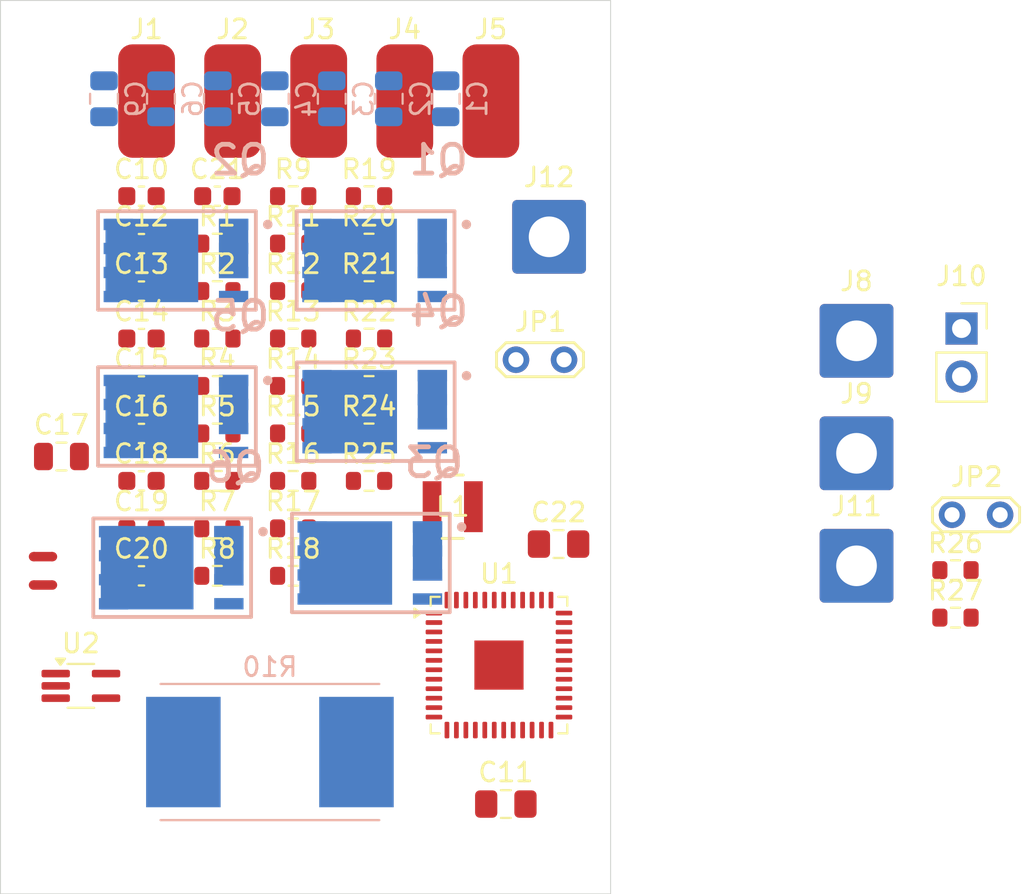
<source format=kicad_pcb>
(kicad_pcb (version 20241229) (generator "pcbnew") (generator_version "9.0")
  (layers (0 "F.Cu" signal) (4 "In1.Cu" signal) (6 "In2.Cu" power) (2 "B.Cu" signal) (5 "F.SilkS" user "F.Silkscreen") (7 "B.SilkS" user "B.Silkscreen") (1 "F.Mask" user) (3 "B.Mask" user) (25 "Edge.Cuts" user))
  (net 0 "")
  (net 1 "Earth")
  (net 2 "VBUS")
  (net 3 "/BATT_ADC")
  (net 4 "GND")
  (net 5 "VDD")
  (net 6 "Net-(U1A-VBOOTU)")
  (net 7 "/OUTU")
  (net 8 "Net-(U1A-VBOOTV)")
  (net 9 "/OUTV")
  (net 10 "/OUTW")
  (net 11 "Net-(U1A-VBOOTW)")
  (net 12 "VREG")
  (net 13 "/OCCMP")
  (net 14 "/NRST")
  (net 15 "/PA5")
  (net 16 "Net-(D1-K)")
  (net 17 "VM")
  (net 18 "/BOOT")
  (net 19 "/SWDIO")
  (net 20 "/SWDCLK")
  (net 21 "/PB7")
  (net 22 "/PB6")
  (net 23 "/PA2")
  (net 24 "Net-(Q1-GATE)")
  (net 25 "/RSNS")
  (net 26 "Net-(Q2-GATE)")
  (net 27 "Net-(Q3-GATE)")
  (net 28 "Net-(Q4-GATE)")
  (net 29 "Net-(Q5-GATE)")
  (net 30 "Net-(Q6-GATE)")
  (net 31 "/HSU")
  (net 32 "/HSV")
  (net 33 "/HSW")
  (net 34 "/LSU")
  (net 35 "/LSV")
  (net 36 "/LSW")
  (net 37 "Net-(U1D-OP3P)")
  (net 38 "Net-(U1B-OP1N)")
  (net 39 "Net-(U1C-OP2P)")
  (net 40 "Net-(U1B-OP1P)")
  (net 41 "Net-(U2-+)")
  (net 42 "Net-(U2--)")
  (net 43 "Net-(R23-Pad1)")
  (net 44 "/PF1")
  (net 45 "/PF0")
  (net 47 "/PA1")
  (net 51 "/PA15")
  (net 52 "/PB1")
  (net 53 "Net-(JP2-B)")
  (footprint "Resistor_SMD:R_0603_1608Metric" (layer "F.Cu") (at 119.2225 90.43)
    (property "Reference" "R18" (at 0 -1.43 0) (layer "F.SilkS"))
    (property "Value" "1k")
    (pad "1" smd roundrect (at -0.825 0) (size 0.8 0.95) (layers "F.Cu" "F.Mask" "F.Paste") (net 39 "Net-(U1C-OP2P)"))
    (pad "2" smd roundrect (at 0.825 0) (size 0.8 0.95) (layers "F.Cu" "F.Mask" "F.Paste") (net 4 "GND"))
  )
  (footprint "Resistor_SMD:R_0603_1608Metric" (layer "F.Cu") (at 154.23 90.13)
    (property "Reference" "R26" (at 0 -1.43 0) (layer "F.SilkS"))
    (property "Value" "10k")
    (pad "1" smd roundrect (at -0.825 0) (size 0.8 0.95) (layers "F.Cu" "F.Mask" "F.Paste") (net 4 "GND"))
    (pad "2" smd roundrect (at 0.825 0) (size 0.8 0.95) (layers "F.Cu" "F.Mask" "F.Paste") (net 18 "/BOOT"))
  )
  (footprint "Connector_Wire:SolderWire-1.5sqmm_1x01_D1.7mm_OD3.9mm" (layer "F.Cu") (at 149 78)
    (property "Reference" "J8" (at 0 -3.15 0) (layer "F.SilkS"))
    (property "Value" "Conn_01x01")
    (pad "1" thru_hole roundrect (at 0 0) (size 3.9 3.9) (drill 2.15) (layers "*.Cu" "*.Mask") (roundrect_rratio 0.064103) (net 4 "GND"))
  )
  (footprint "Resistor_SMD:R_0603_1608Metric" (layer "F.Cu") (at 123.2325 80.39)
    (property "Reference" "R23" (at 0 -1.43 0) (layer "F.SilkS"))
    (property "Value" "24k")
    (pad "1" smd roundrect (at -0.825 0) (size 0.8 0.95) (layers "F.Cu" "F.Mask" "F.Paste") (net 43 "Net-(R23-Pad1)"))
    (pad "2" smd roundrect (at 0.825 0) (size 0.8 0.95) (layers "F.Cu" "F.Mask" "F.Paste") (net 4 "GND"))
  )
  (footprint "Capacitor_SMD:C_0805_2012Metric_Pad1.18x1.45mm_HandSolder" (layer "F.Cu") (at 133.25 88.75)
    (property "Reference" "C22" (at 0 -1.68 0) (layer "F.SilkS"))
    (property "Value" "10u")
    (pad "1" smd roundrect (at -1.0375 0) (size 1.175 1.45) (layers "F.Cu" "F.Mask" "F.Paste") (roundrect_rratio 0.212766) (net 17 "VM"))
    (pad "2" smd roundrect (at 1.0375 0) (size 1.175 1.45) (layers "F.Cu" "F.Mask" "F.Paste") (roundrect_rratio 0.212766) (net 4 "GND"))
  )
  (footprint "Connector_Wire:SolderWirePad_1x01_SMD_3x6mm" (layer "F.Cu") (at 129.6725 65.32)
    (property "Reference" "J5" (at 0 -3.8 0) (layer "F.SilkS"))
    (property "Value" "Conn_01x01")
    (pad "1" smd roundrect (at 0 0) (size 3 6) (layers "F.Cu" "F.Mask") (net 10 "/OUTW"))
  )
  (footprint "Capacitor_SMD:C_0805_2012Metric_Pad1.18x1.45mm_HandSolder" (layer "F.Cu") (at 130.4625 102.5)
    (property "Reference" "C11" (at 0 -1.68 0) (layer "F.SilkS"))
    (property "Value" "47u")
    (pad "1" smd roundrect (at -1.0375 0) (size 1.175 1.45) (layers "F.Cu" "F.Mask" "F.Paste") (roundrect_rratio 0.212766) (net 5 "VDD"))
    (pad "2" smd roundrect (at 1.0375 0) (size 1.175 1.45) (layers "F.Cu" "F.Mask" "F.Paste") (roundrect_rratio 0.212766) (net 4 "GND"))
  )
  (footprint "Resistor_SMD:R_0603_1608Metric" (layer "F.Cu") (at 154.23 92.64)
    (property "Reference" "R27" (at 0 -1.43 0) (layer "F.SilkS"))
    (property "Value" "10k")
    (pad "1" smd roundrect (at -0.825 0) (size 0.8 0.95) (layers "F.Cu" "F.Mask" "F.Paste") (net 4 "GND"))
    (pad "2" smd roundrect (at 0.825 0) (size 0.8 0.95) (layers "F.Cu" "F.Mask" "F.Paste") (net 53 "Net-(JP2-B)"))
  )
  (footprint "Capacitor_SMD:C_0603_1608Metric" (layer "F.Cu") (at 111.2025 82.9)
    (property "Reference" "C16" (at 0 -1.43 0) (layer "F.SilkS"))
    (property "Value" "100n")
    (pad "1" smd roundrect (at -0.775 0) (size 0.9 0.95) (layers "F.Cu" "F.Mask" "F.Paste") (net 4 "GND"))
    (pad "2" smd roundrect (at 0.775 0) (size 0.9 0.95) (layers "F.Cu" "F.Mask" "F.Paste") (net 12 "VREG"))
  )
  (footprint "Connector_Wire:SolderWirePad_1x01_SMD_3x6mm" (layer "F.Cu") (at 120.5725 65.32)
    (property "Reference" "J3" (at 0 -3.8 0) (layer "F.SilkS"))
    (property "Value" "Conn_01x01")
    (pad "1" smd roundrect (at 0 0) (size 3 6) (layers "F.Cu" "F.Mask") (net 7 "/OUTU"))
  )
  (footprint "Connector_Wire:SolderWire-1.5sqmm_1x01_D1.7mm_OD3.9mm" (layer "F.Cu") (at 149 89.9)
    (property "Reference" "J11" (at 0 -3.15 0) (layer "F.SilkS"))
    (property "Value" "Conn_01x01")
    (pad "1" thru_hole roundrect (at 0 0) (size 3.9 3.9) (drill 2.15) (layers "*.Cu" "*.Mask") (roundrect_rratio 0.064103) (net 20 "/SWDCLK"))
  )
  (footprint "Resistor_SMD:R_0603_1608Metric" (layer "F.Cu") (at 123.2325 75.37)
    (property "Reference" "R21" (at 0 -1.43 0) (layer "F.SilkS"))
    (property "Value" "171k")
    (pad "1" smd roundrect (at -0.825 0) (size 0.8 0.95) (layers "F.Cu" "F.Mask" "F.Paste") (net 25 "/RSNS"))
    (pad "2" smd roundrect (at 0.825 0) (size 0.8 0.95) (layers "F.Cu" "F.Mask" "F.Paste") (net 41 "Net-(U2-+)"))
  )
  (footprint "Resistor_SMD:R_0603_1608Metric" (layer "F.Cu") (at 123.2325 85.41)
    (property "Reference" "R25" (at 0 -1.43 0) (layer "F.SilkS"))
    (property "Value" "39k")
    (pad "1" smd roundrect (at -0.825 0) (size 0.8 0.95) (layers "F.Cu" "F.Mask" "F.Paste") (net 14 "/NRST"))
    (pad "2" smd roundrect (at 0.825 0) (size 0.8 0.95) (layers "F.Cu" "F.Mask" "F.Paste") (net 5 "VDD"))
  )
  (footprint "Resistor_SMD:R_0603_1608Metric" (layer "F.Cu") (at 119.2225 70.35)
    (property "Reference" "R9" (at 0 -1.43 0) (layer "F.SilkS"))
    (property "Value" "1k")
    (pad "1" smd roundrect (at -0.825 0) (size 0.8 0.95) (layers "F.Cu" "F.Mask" "F.Paste") (net 13 "/OCCMP"))
    (pad "2" smd roundrect (at 0.825 0) (size 0.8 0.95) (layers "F.Cu" "F.Mask" "F.Paste") (net 25 "/RSNS"))
  )
  (footprint "Connector_Wire:SolderWirePad_1x01_SMD_3x6mm" (layer "F.Cu") (at 111.4725 65.32)
    (property "Reference" "J1" (at 0 -3.8 0) (layer "F.SilkS"))
    (property "Value" "Conn_01x01")
    (pad "1" smd roundrect (at 0 0) (size 3 6) (layers "F.Cu" "F.Mask") (net 17 "VM"))
  )
  (footprint "Connector_Wire:SolderWirePad_1x01_SMD_3x6mm" (layer "F.Cu") (at 116.0225 65.32)
    (property "Reference" "J2" (at 0 -3.8 0) (layer "F.SilkS"))
    (property "Value" "Conn_01x01")
    (pad "1" smd roundrect (at 0 0) (size 3 6) (layers "F.Cu" "F.Mask") (net 4 "GND"))
  )
  (footprint "Connector_Wire:SolderWire-1.5sqmm_1x01_D1.7mm_OD3.9mm" (layer "F.Cu") (at 132.75 72.5)
    (property "Reference" "J12" (at 0 -3.15 0) (layer "F.SilkS"))
    (property "Value" "Conn_01x01")
    (pad "1" thru_hole roundrect (at 0 0) (size 3.9 3.9) (drill 2.15) (layers "*.Cu" "*.Mask") (roundrect_rratio 0.064103) (net 51 "/PA15"))
  )
  (footprint "Resistor_SMD:R_0603_1608Metric" (layer "F.Cu") (at 115.2125 75.37)
    (property "Reference" "R2" (at 0 -1.43 0) (layer "F.SilkS"))
    (property "Value" "33k")
    (pad "1" smd roundrect (at -0.825 0) (size 0.8 0.95) (layers "F.Cu" "F.Mask" "F.Paste") (net 4 "GND"))
    (pad "2" smd roundrect (at 0.825 0) (size 0.8 0.95) (layers "F.Cu" "F.Mask" "F.Paste") (net 3 "/BATT_ADC"))
  )
  (footprint "Connector_Wire:SolderWirePad_1x01_SMD_3x6mm" (layer "F.Cu") (at 125.1225 65.32)
    (property "Reference" "J4" (at 0 -3.8 0) (layer "F.SilkS"))
    (property "Value" "Conn_01x01")
    (pad "1" smd roundrect (at 0 0) (size 3 6) (layers "F.Cu" "F.Mask") (net 9 "/OUTV"))
  )
  (footprint "Package_TO_SOT_SMD:SOT-353_SC-70-5_Handsoldering" (layer "F.Cu") (at 108 96.25)
    (property "Reference" "U2" (at 0 -2.25 0) (layer "F.SilkS"))
    (property "Value" "LMV321")
    (pad "1" smd roundrect (at -1.33 -0.65) (size 1.5 0.4) (layers "F.Cu" "F.Mask" "F.Paste") (net 41 "Net-(U2-+)"))
    (pad "2" smd roundrect (at -1.33 0) (size 1.5 0.4) (layers "F.Cu" "F.Mask" "F.Paste") (net 4 "GND"))
    (pad "3" smd roundrect (at -1.33 0.65) (size 1.5 0.4) (layers "F.Cu" "F.Mask" "F.Paste") (net 42 "Net-(U2--)"))
    (pad "4" smd roundrect (at 1.33 0.65) (size 1.5 0.4) (layers "F.Cu" "F.Mask" "F.Paste") (net 43 "Net-(R23-Pad1)"))
    (pad "5" smd roundrect (at 1.33 -0.65) (size 1.5 0.4) (layers "F.Cu" "F.Mask" "F.Paste") (net 5 "VDD"))
  )
  (footprint "Resistor_SMD:R_0603_1608Metric" (layer "F.Cu") (at 119.2225 85.41)
    (property "Reference" "R16" (at 0 -1.43 0) (layer "F.SilkS"))
    (property "Value" "10k")
    (pad "1" smd roundrect (at -0.825 0) (size 0.8 0.95) (layers "F.Cu" "F.Mask" "F.Paste") (net 38 "Net-(U1B-OP1N)"))
    (pad "2" smd roundrect (at 0.825 0) (size 0.8 0.95) (layers "F.Cu" "F.Mask" "F.Paste") (net 40 "Net-(U1B-OP1P)"))
  )
  (footprint "Resistor_SMD:R_0603_1608Metric" (layer "F.Cu") (at 115.2125 87.92)
    (property "Reference" "R7" (at 0 -1.43 0) (layer "F.SilkS"))
    (property "Value" "25R")
    (pad "1" smd roundrect (at -0.825 0) (size 0.8 0.95) (layers "F.Cu" "F.Mask" "F.Paste") (net 35 "/LSV"))
    (pad "2" smd roundrect (at 0.825 0) (size 0.8 0.95) (layers "F.Cu" "F.Mask" "F.Paste") (net 28 "Net-(Q4-GATE)"))
  )
  (footprint "Resistor_SMD:R_0603_1608Metric" (layer "F.Cu") (at 123.2325 77.88)
    (property "Reference" "R22" (at 0 -1.43 0) (layer "F.SilkS"))
    (property "Value" "1k")
    (pad "1" smd roundrect (at -0.825 0) (size 0.8 0.95) (layers "F.Cu" "F.Mask" "F.Paste") (net 4 "GND"))
    (pad "2" smd roundrect (at 0.825 0) (size 0.8 0.95) (layers "F.Cu" "F.Mask" "F.Paste") (net 42 "Net-(U2--)"))
  )
  (footprint "Resistor_SMD:R_0603_1608Metric" (layer "F.Cu") (at 115.2125 82.9)
    (property "Reference" "R5" (at 0 -1.43 0) (layer "F.SilkS"))
    (property "Value" "25R")
    (pad "1" smd roundrect (at -0.825 0) (size 0.8 0.95) (layers "F.Cu" "F.Mask" "F.Paste") (net 33 "/HSW"))
    (pad "2" smd roundrect (at 0.825 0) (size 0.8 0.95) (layers "F.Cu" "F.Mask" "F.Paste") (net 29 "Net-(Q5-GATE)"))
  )
  (footprint "Capacitor_SMD:C_0603_1608Metric" (layer "F.Cu") (at 111.2025 70.35)
    (property "Reference" "C10" (at 0 -1.43 0) (layer "F.SilkS"))
    (property "Value" "100n")
    (pad "1" smd roundrect (at -0.775 0) (size 0.9 0.95) (layers "F.Cu" "F.Mask" "F.Paste") (net 5 "VDD"))
    (pad "2" smd roundrect (at 0.775 0) (size 0.9 0.95) (layers "F.Cu" "F.Mask" "F.Paste") (net 4 "GND"))
  )
  (footprint "Resistor_SMD:R_0603_1608Metric" (layer "F.Cu") (at 115.2125 85.41)
    (property "Reference" "R6" (at 0 -1.43 0) (layer "F.SilkS"))
    (property "Value" "25R")
    (pad "1" smd roundrect (at -0.825 0) (size 0.8 0.95) (layers "F.Cu" "F.Mask" "F.Paste") (net 34 "/LSU"))
    (pad "2" smd roundrect (at 0.825 0) (size 0.8 0.95) (layers "F.Cu" "F.Mask" "F.Paste") (net 26 "Net-(Q2-GATE)"))
  )
  (footprint "Capacitor_SMD:C_0603_1608Metric" (layer "F.Cu") (at 111.2025 87.92)
    (property "Reference" "C19" (at 0 -1.43 0) (layer "F.SilkS"))
    (property "Value" "1n")
    (pad "1" smd roundrect (at -0.775 0) (size 0.9 0.95) (layers "F.Cu" "F.Mask" "F.Paste") (net 4 "GND"))
    (pad "2" smd roundrect (at 0.775 0) (size 0.9 0.95) (layers "F.Cu" "F.Mask" "F.Paste") (net 14 "/NRST"))
  )
  (footprint "Connector_Wire:SolderWire-1.5sqmm_1x01_D1.7mm_OD3.9mm" (layer "F.Cu") (at 149 83.95)
    (property "Reference" "J9" (at 0 -3.15 0) (layer "F.SilkS"))
    (property "Value" "Conn_01x01")
    (pad "1" thru_hole roundrect (at 0 0) (size 3.9 3.9) (drill 2.15) (layers "*.Cu" "*.Mask") (roundrect_rratio 0.064103) (net 23 "/PA2"))
  )
  (footprint "Resistor_SMD:R_0603_1608Metric" (layer "F.Cu") (at 123.2325 72.86)
    (property "Reference" "R20" (at 0 -1.43 0) (layer "F.SilkS"))
    (property "Value" "470k")
    (pad "1" smd roundrect (at -0.825 0) (size 0.8 0.95) (layers "F.Cu" "F.Mask" "F.Paste") (net 41 "Net-(U2-+)"))
    (pad "2" smd roundrect (at 0.825 0) (size 0.8 0.95) (layers "F.Cu" "F.Mask" "F.Paste") (net 5 "VDD"))
  )
  (footprint "footprints:VQFN-48-1EP_7x7mm_P0.5mm_EP2.6x2.6mm_with_model" (layer "F.Cu") (at 130.1 95.15)
    (property "Reference" "U1" (at 0 -4.83 0) (layer "F.SilkS"))
    (property "Value" "STSPIN32F0A")
    (pad "1" smd roundrect (at -3.4375 -2.75) (size 0.875 0.25) (layers "F.Cu" "F.Mask" "F.Paste") (net 39 "Net-(U1C-OP2P)"))
    (pad "2" smd roundrect (at -3.4375 -2.25) (size 0.875 0.25) (layers "F.Cu" "F.Mask" "F.Paste") (net 38 "Net-(U1B-OP1N)"))
    (pad "3" smd roundrect (at -3.4375 -1.75) (size 0.875 0.25) (layers "F.Cu" "F.Mask" "F.Paste") (net 44 "/PF1"))
    (pad "4" smd roundrect (at -3.4375 -1.25) (size 0.875 0.25) (layers "F.Cu" "F.Mask" "F.Paste") (net 45 "/PF0"))
    (pad "5" smd roundrect (at -3.4375 -0.75) (size 0.875 0.25) (layers "F.Cu" "F.Mask" "F.Paste") (net 44 "/PF1"))
    (pad "6" smd roundrect (at -3.4375 -0.25) (size 0.875 0.25) (layers "F.Cu" "F.Mask" "F.Paste") (net 12 "VREG"))
    (pad "7" smd roundrect (at -3.4375 0.25) (size 0.875 0.25) (layers "F.Cu" "F.Mask" "F.Paste") (net 14 "/NRST"))
    (pad "8" smd roundrect (at -3.4375 0.75) (size 0.875 0.25) (layers "F.Cu" "F.Mask" "F.Paste") (net 17 "VM"))
    (pad "9" smd roundrect (at -3.4375 1.25) (size 0.875 0.25) (layers "F.Cu" "F.Mask" "F.Paste") (net 16 "Net-(D1-K)"))
    (pad "10" smd roundrect (at -3.4375 1.75) (size 0.875 0.25) (layers "F.Cu" "F.Mask" "F.Paste") (net 5 "VDD"))
    (pad "11" smd roundrect (at -3.4375 2.25) (size 0.875 0.25) (layers "F.Cu" "F.Mask" "F.Paste") (net 47 "/PA1"))
    (pad "12" smd roundrect (at -3.4375 2.75) (size 0.875 0.25) (layers "F.Cu" "F.Mask" "F.Paste") (net 47 "/PA1"))
    (pad "13" smd roundrect (at -2.75 3.4375) (size 0.25 0.875) (layers "F.Cu" "F.Mask" "F.Paste") (net 23 "/PA2"))
    (pad "14" smd roundrect (at -2.25 3.4375) (size 0.25 0.875) (layers "F.Cu" "F.Mask" "F.Paste"))
    (pad "15" smd roundrect (at -1.75 3.4375) (size 0.25 0.875) (layers "F.Cu" "F.Mask" "F.Paste"))
    (pad "16" smd roundrect (at -1.25 3.4375) (size 0.25 0.875) (layers "F.Cu" "F.Mask" "F.Paste"))
    (pad "17" smd roundrect (at -0.75 3.4375) (size 0.25 0.875) (layers "F.Cu" "F.Mask" "F.Paste"))
    (pad "18" smd roundrect (at -0.25 3.4375) (size 0.25 0.875) (layers "F.Cu" "F.Mask" "F.Paste") (net 3 "/BATT_ADC"))
    (pad "19" smd roundrect (at 0.25 3.4375) (size 0.25 0.875) (layers "F.Cu" "F.Mask" "F.Paste") (net 52 "/PB1"))
    (pad "20" smd roundrect (at 0.75 3.4375) (size 0.25 0.875) (layers "F.Cu" "F.Mask" "F.Paste") (net 4 "GND"))
    (pad "21" smd roundrect (at 1.25 3.4375) (size 0.25 0.875) (layers "F.Cu" "F.Mask" "F.Paste") (net 52 "/PB1"))
    (pad "22" smd roundrect (at 1.75 3.4375) (size 0.25 0.875) (layers "F.Cu" "F.Mask" "F.Paste") (net 38 "Net-(U1B-OP1N)"))
    (pad "23" smd roundrect (at 2.25 3.4375) (size 0.25 0.875) (layers "F.Cu" "F.Mask" "F.Paste") (net 40 "Net-(U1B-OP1P)"))
    (pad "24" smd roundrect (at 2.75 3.4375) (size 0.25 0.875) (layers "F.Cu" "F.Mask" "F.Paste") (net 13 "/OCCMP"))
    (pad "25" smd roundrect (at 3.4375 2.75) (size 0.875 0.25) (layers "F.Cu" "F.Mask" "F.Paste") (net 33 "/HSW"))
    (pad "26" smd roundrect (at 3.4375 2.25) (size 0.875 0.25) (layers "F.Cu" "F.Mask" "F.Paste") (net 10 "/OUTW"))
    (pad "27" smd roundrect (at 3.4375 1.75) (size 0.875 0.25) (layers "F.Cu" "F.Mask" "F.Paste") (net 11 "Net-(U1A-VBOOTW)"))
    (pad "28" smd roundrect (at 3.4375 1.25) (size 0.875 0.25) (layers "F.Cu" "F.Mask" "F.Paste") (net 36 "/LSW"))
    (pad "29" smd roundrect (at 3.4375 0.75) (size 0.875 0.25) (layers "F.Cu" "F.Mask" "F.Paste") (net 32 "/HSV"))
    (pad "30" smd roundrect (at 3.4375 0.25) (size 0.875 0.25) (layers "F.Cu" "F.Mask" "F.Paste") (net 9 "/OUTV"))
    (pad "31" smd roundrect (at 3.4375 -0.25) (size 0.875 0.25) (layers "F.Cu" "F.Mask" "F.Paste") (net 8 "Net-(U1A-VBOOTV)"))
    (pad "32" smd roundrect (at 3.4375 -0.75) (size 0.875 0.25) (layers "F.Cu" "F.Mask" "F.Paste") (net 35 "/LSV"))
    (pad "33" smd roundrect (at 3.4375 -1.25) (size 0.875 0.25) (layers "F.Cu" "F.Mask" "F.Paste") (net 31 "/HSU"))
    (pad "34" smd roundrect (at 3.4375 -1.75) (size 0.875 0.25) (layers "F.Cu" "F.Mask" "F.Paste") (net 7 "/OUTU"))
    (pad "35" smd roundrect (at 3.4375 -2.25) (size 0.875 0.25) (layers "F.Cu" "F.Mask" "F.Paste") (net 6 "Net-(U1A-VBOOTU)"))
    (pad "36" smd roundrect (at 3.4375 -2.75) (size 0.875 0.25) (layers "F.Cu" "F.Mask" "F.Paste") (net 34 "/LSU"))
    (pad "37" smd roundrect (at 2.75 -3.4375) (size 0.25 0.875) (layers "F.Cu" "F.Mask" "F.Paste") (net 19 "/SWDIO"))
    (pad "38" smd roundrect (at 2.25 -3.4375) (size 0.25 0.875) (layers "F.Cu" "F.Mask" "F.Paste") (net 20 "/SWDCLK"))
    (pad "39" smd roundrect (at 1.75 -3.4375) (size 0.25 0.875) (layers "F.Cu" "F.Mask" "F.Paste") (net 51 "/PA15"))
    (pad "40" smd roundrect (at 1.25 -3.4375) (size 0.25 0.875) (layers "F.Cu" "F.Mask" "F.Paste") (net 22 "/PB6"))
    (pad "41" smd roundrect (at 0.75 -3.4375) (size 0.25 0.875) (layers "F.Cu" "F.Mask" "F.Paste") (net 21 "/PB7"))
    (pad "42" smd roundrect (at 0.25 -3.4375) (size 0.25 0.875) (layers "F.Cu" "F.Mask" "F.Paste") (net 18 "/BOOT"))
    (pad "43" smd roundrect (at -0.25 -3.4375) (size 0.25 0.875) (layers "F.Cu" "F.Mask" "F.Paste") (net 4 "GND"))
    (pad "44" smd roundrect (at -0.75 -3.4375) (size 0.25 0.875) (layers "F.Cu" "F.Mask" "F.Paste") (net 4 "GND"))
    (pad "45" smd roundrect (at -1.25 -3.4375) (size 0.25 0.875) (layers "F.Cu" "F.Mask" "F.Paste") (net 37 "Net-(U1D-OP3P)"))
    (pad "46" smd roundrect (at -1.75 -3.4375) (size 0.25 0.875) (layers "F.Cu" "F.Mask" "F.Paste") (net 38 "Net-(U1B-OP1N)"))
    (pad "47" smd roundrect (at -2.25 -3.4375) (size 0.25 0.875) (layers "F.Cu" "F.Mask" "F.Paste") (net 45 "/PF0"))
    (pad "48" smd roundrect (at -2.75 -3.4375) (size 0.25 0.875) (layers "F.Cu" "F.Mask" "F.Paste") (net 5 "VDD"))
    (pad "49" smd rect (at 0 0) (size 2.6 2.6) (property pad_prop_heatsink) (layers "F.Cu" "F.Mask") (net 4 "GND"))
  )
  (footprint "NetTie:NetTie-2_SMD_Pad0.5mm" (layer "F.Cu") (at 105.9975 89.415)
    (property "Reference" "NT1" (hide yes))
    (property "Value" "NetTie_2" (hide yes))
    (fp_poly (pts (xy -0.5 -0.25) (xy 0.5 -0.25) (xy 0.5 0.25) (xy -0.5 0.25)) (fill yes) (layer "F.Cu"))
    (pad "1" smd circle (at -0.5 0) (size 0.5 0.5) (layers "F.Cu") (net 17 "VM"))
    (pad "2" smd circle (at 0.5 0) (size 0.5 0.5) (layers "F.Cu") (net 2 "VBUS"))
  )
  (footprint "Resistor_SMD:R_0603_1608Metric" (layer "F.Cu") (at 119.2225 77.88)
    (property "Reference" "R13" (at 0 -1.43 0) (layer "F.SilkS"))
    (property "Value" "10k")
    (pad "1" smd roundrect (at -0.825 0) (size 0.8 0.95) (layers "F.Cu" "F.Mask" "F.Paste") (net 39 "Net-(U1C-OP2P)"))
    (pad "2" smd roundrect (at 0.825 0) (size 0.8 0.95) (layers "F.Cu" "F.Mask" "F.Paste") (net 9 "/OUTV"))
  )
  (footprint "Resistor_SMD:R_0603_1608Metric" (layer "F.Cu") (at 119.2225 82.9)
    (property "Reference" "R15" (at 0 -1.43 0) (layer "F.SilkS"))
    (property "Value" "10k")
    (pad "1" smd roundrect (at -0.825 0) (size 0.8 0.95) (layers "F.Cu" "F.Mask" "F.Paste") (net 40 "Net-(U1B-OP1P)"))
    (pad "2" smd roundrect (at 0.825 0) (size 0.8 0.95) (layers "F.Cu" "F.Mask" "F.Paste") (net 10 "/OUTW"))
  )
  (footprint "Resistor_SMD:R_0603_1608Metric" (layer "F.Cu") (at 123.2325 70.35)
    (property "Reference" "R19" (at 0 -1.43 0) (layer "F.SilkS"))
    (property "Value" "1k")
    (pad "1" smd roundrect (at -0.825 0) (size 0.8 0.95) (layers "F.Cu" "F.Mask" "F.Paste") (net 40 "Net-(U1B-OP1P)"))
    (pad "2" smd roundrect (at 0.825 0) (size 0.8 0.95) (layers "F.Cu" "F.Mask" "F.Paste") (net 4 "GND"))
  )
  (footprint "Capacitor_SMD:C_0805_2012Metric" (layer "F.Cu") (at 106.9725 84.12)
    (property "Reference" "C17" (at 0 -1.68 0) (layer "F.SilkS"))
    (property "Value" "10u")
    (pad "1" smd roundrect (at -0.95 0) (size 1 1.45) (layers "F.Cu" "F.Mask" "F.Paste") (net 4 "GND"))
    (pad "2" smd roundrect (at 0.95 0) (size 1 1.45) (layers "F.Cu" "F.Mask" "F.Paste") (net 12 "VREG"))
  )
  (footprint "Resistor_SMD:R_0603_1608Metric" (layer "F.Cu") (at 115.2125 77.88)
    (property "Reference" "R3" (at 0 -1.43 0) (layer "F.SilkS"))
    (property "Value" "25R")
    (pad "1" smd roundrect (at -0.825 0) (size 0.8 0.95) (layers "F.Cu" "F.Mask" "F.Paste") (net 31 "/HSU"))
    (pad "2" smd roundrect (at 0.825 0) (size 0.8 0.95) (layers "F.Cu" "F.Mask" "F.Paste") (net 24 "Net-(Q1-GATE)"))
  )
  (footprint "Resistor_SMD:R_0603_1608Metric" (layer "F.Cu") (at 119.2225 80.39)
    (property "Reference" "R14" (at 0 -1.43 0) (layer "F.SilkS"))
    (property "Value" "10k")
    (pad "1" smd roundrect (at -0.825 0) (size 0.8 0.95) (layers "F.Cu" "F.Mask" "F.Paste") (net 38 "Net-(U1B-OP1N)"))
    (pad "2" smd roundrect (at 0.825 0) (size 0.8 0.95) (layers "F.Cu" "F.Mask" "F.Paste") (net 39 "Net-(U1C-OP2P)"))
  )
  (footprint "Resistor_SMD:R_0603_1608Metric" (layer "F.Cu") (at 119.2225 72.86)
    (property "Reference" "R11" (at 0 -1.43 0) (layer "F.SilkS"))
    (property "Value" "10k")
    (pad "1" smd roundrect (at -0.825 0) (size 0.8 0.95) (layers "F.Cu" "F.Mask" "F.Paste") (net 37 "Net-(U1D-OP3P)"))
    (pad "2" smd roundrect (at 0.825 0) (size 0.8 0.95) (layers "F.Cu" "F.Mask" "F.Paste") (net 7 "/OUTU"))
  )
  (footprint "Capacitor_SMD:C_0603_1608Metric" (layer "F.Cu") (at 111.2025 85.41)
    (property "Reference" "C18" (at 0 -1.43 0) (layer "F.SilkS"))
    (property "Value" "10n")
    (pad "1" smd roundrect (at -0.775 0) (size 0.9 0.95) (layers "F.Cu" "F.Mask" "F.Paste") (net 4 "GND"))
    (pad "2" smd roundrect (at 0.775 0) (size 0.9 0.95) (layers "F.Cu" "F.Mask" "F.Paste") (net 13 "/OCCMP"))
  )
  (footprint "Capacitor_SMD:C_0603_1608Metric" (layer "F.Cu") (at 111.2025 90.43)
    (property "Reference" "C20" (at 0 -1.43 0) (layer "F.SilkS"))
    (property "Value" "100n")
    (pad "1" smd roundrect (at -0.775 0) (size 0.9 0.95) (layers "F.Cu" "F.Mask" "F.Paste") (net 4 "GND"))
    (pad "2" smd roundrect (at 0.775 0) (size 0.9 0.95) (layers "F.Cu" "F.Mask" "F.Paste") (net 5 "VDD"))
  )
  (footprint "Resistor_SMD:R_0603_1608Metric" (layer "F.Cu") (at 115.2125 80.39)
    (property "Reference" "R4" (at 0 -1.43 0) (layer "F.SilkS"))
    (property "Value" "25R")
    (pad "1" smd roundrect (at -0.825 0) (size 0.8 0.95) (layers "F.Cu" "F.Mask" "F.Paste") (net 32 "/HSV"))
    (pad "2" smd roundrect (at 0.825 0) (size 0.8 0.95) (layers "F.Cu" "F.Mask" "F.Paste") (net 27 "Net-(Q3-GATE)"))
  )
  (footprint "TestPoint:TestPoint_2Pads_Pitch2.54mm_Drill0.8mm" (layer "F.Cu") (at 154.05 87.2)
    (property "Reference" "JP2" (at 1.3 -2 0) (layer "F.SilkS"))
    (property "Value" "Jumper_2_Open")
    (pad "1" thru_hole circle (at 0 0) (size 1.4 1.4) (drill 0.8) (layers "*.Cu" "*.Mask") (net 14 "/NRST"))
    (pad "2" thru_hole circle (at 2.54 0) (size 1.4 1.4) (drill 0.8) (layers "*.Cu" "*.Mask") (net 53 "Net-(JP2-B)"))
  )
  (footprint "TestPoint:TestPoint_2Pads_Pitch2.54mm_Drill0.8mm" (layer "F.Cu") (at 131 79)
    (property "Reference" "JP1" (at 1.3 -2 0) (layer "F.SilkS"))
    (property "Value" "Jumper_2_Open")
    (pad "1" thru_hole circle (at 0 0) (size 1.4 1.4) (drill 0.8) (layers "*.Cu" "*.Mask") (net 5 "VDD"))
    (pad "2" thru_hole circle (at 2.54 0) (size 1.4 1.4) (drill 0.8) (layers "*.Cu" "*.Mask") (net 18 "/BOOT"))
  )
  (footprint "IND_BOURNS_SRN3015:IND_BOURNS_SRN3015" (layer "F.Cu") (at 127.6552 86.7746)
    (property "Reference" "L1" (at 0 0 0) (layer "F.SilkS"))
    (property "Value" "22u")
    (pad "1" smd rect (at -1.0922 0) (size 0.9906 2.6924) (layers "F.Cu" "F.Mask" "F.Paste") (net 5 "VDD"))
    (pad "2" smd rect (at 1.0922 0) (size 0.9906 2.6924) (layers "F.Cu" "F.Mask" "F.Paste") (net 16 "Net-(D1-K)"))
  )
  (footprint "Connector_PinSocket_2.54mm:PinSocket_1x02_P2.54mm_Vertical" (layer "F.Cu") (at 154.55 77.35)
    (property "Reference" "J10" (at 0 -2.77 0) (layer "F.SilkS"))
    (property "Value" "Conn_01x02")
    (pad "1" thru_hole rect (at 0 0) (size 1.7 1.7) (drill 1) (layers "*.Cu" "*.Mask") (net 21 "/PB7"))
    (pad "2" thru_hole circle (at 0 2.54) (size 1.7 1.7) (drill 1) (layers "*.Cu" "*.Mask") (net 22 "/PB6"))
  )
  (footprint "Resistor_SMD:R_0603_1608Metric" (layer "F.Cu") (at 115.2125 90.43)
    (property "Reference" "R8" (at 0 -1.43 0) (layer "F.SilkS"))
    (property "Value" "25R")
    (pad "1" smd roundrect (at -0.825 0) (size 0.8 0.95) (layers "F.Cu" "F.Mask" "F.Paste") (net 36 "/LSW"))
    (pad "2" smd roundrect (at 0.825 0) (size 0.8 0.95) (layers "F.Cu" "F.Mask" "F.Paste") (net 30 "Net-(Q6-GATE)"))
  )
  (footprint "Resistor_SMD:R_0603_1608Metric" (layer "F.Cu") (at 115.2125 72.86)
    (property "Reference" "R1" (at 0 -1.43 0) (layer "F.SilkS"))
    (property "Value" "470k")
    (pad "1" smd roundrect (at -0.825 0) (size 0.8 0.95) (layers "F.Cu" "F.Mask" "F.Paste") (net 3 "/BATT_ADC"))
    (pad "2" smd roundrect (at 0.825 0) (size 0.8 0.95) (layers "F.Cu" "F.Mask" "F.Paste") (net 2 "VBUS"))
  )
  (footprint "Capacitor_SMD:C_0603_1608Metric" (layer "F.Cu") (at 111.2025 80.39)
    (property "Reference" "C15" (at 0 -1.43 0) (layer "F.SilkS"))
    (property "Value" "680n")
    (pad "1" smd roundrect (at -0.775 0) (size 0.9 0.95) (layers "F.Cu" "F.Mask" "F.Paste") (net 11 "Net-(U1A-VBOOTW)"))
    (pad "2" smd roundrect (at 0.775 0) (size 0.9 0.95) (layers "F.Cu" "F.Mask" "F.Paste") (net 10 "/OUTW"))
  )
  (footprint "Capacitor_SMD:C_0603_1608Metric" (layer "F.Cu") (at 111.2025 77.88)
    (property "Reference" "C14" (at 0 -1.43 0) (layer "F.SilkS"))
    (property "Value" "680n")
    (pad "1" smd roundrect (at -0.775 0) (size 0.9 0.95) (layers "F.Cu" "F.Mask" "F.Paste") (net 8 "Net-(U1A-VBOOTV)"))
    (pad "2" smd roundrect (at 0.775 0) (size 0.9 0.95) (layers "F.Cu" "F.Mask" "F.Paste") (net 9 "/OUTV"))
  )
  (footprint "Resistor_SMD:R_0603_1608Metric" (layer "F.Cu") (at 123.2325 82.9)
    (property "Reference" "R24" (at 0 -1.43 0) (layer "F.SilkS"))
    (property "Value" "10k")
    (pad "1" smd roundrect (at -0.825 0) (size 0.8 0.95) (layers "F.Cu" "F.Mask" "F.Paste") (net 15 "/PA5"))
    (pad "2" smd roundrect (at 0.825 0) (size 0.8 0.95) (layers "F.Cu" "F.Mask" "F.Paste") (net 43 "Net-(R23-Pad1)"))
  )
  (footprint "Resistor_SMD:R_0603_1608Metric" (layer "F.Cu") (at 119.2225 87.92)
    (property "Reference" "R17" (at 0 -1.43 0) (layer "F.SilkS"))
    (property "Value" "1k")
    (pad "1" smd roundrect (at -0.825 0) (size 0.8 0.95) (layers "F.Cu" "F.Mask" "F.Paste") (net 37 "Net-(U1D-OP3P)"))
    (pad "2" smd roundrect (at 0.825 0) (size 0.8 0.95) (layers "F.Cu" "F.Mask" "F.Paste") (net 4 "GND"))
  )
  (footprint "NetTie:NetTie-2_SMD_Pad0.5mm" (layer "F.Cu") (at 105.9975 90.915)
    (property "Reference" "NT2" (hide yes))
    (property "Value" "NetTie_2" (hide yes))
    (fp_poly (pts (xy -0.5 -0.25) (xy 0.5 -0.25) (xy 0.5 0.25) (xy -0.5 0.25)) (fill yes) (layer "F.Cu"))
    (pad "1" smd circle (at -0.5 0) (size 0.5 0.5) (layers "F.Cu") (net 4 "GND"))
    (pad "2" smd circle (at 0.5 0) (size 0.5 0.5) (layers "F.Cu") (net 1 "Earth"))
  )
  (footprint "Capacitor_SMD:C_0603_1608Metric" (layer "F.Cu") (at 115.2125 70.35)
    (property "Reference" "C21" (at 0 -1.43 0) (layer "F.SilkS"))
    (property "Value" "10n")
    (pad "1" smd roundrect (at -0.775 0) (size 0.9 0.95) (layers "F.Cu" "F.Mask" "F.Paste") (net 15 "/PA5"))
    (pad "2" smd roundrect (at 0.775 0) (size 0.9 0.95) (layers "F.Cu" "F.Mask" "F.Paste") (net 4 "GND"))
  )
  (footprint "Resistor_SMD:R_0603_1608Metric" (layer "F.Cu") (at 119.2225 75.37)
    (property "Reference" "R12" (at 0 -1.43 0) (layer "F.SilkS"))
    (property "Value" "10k")
    (pad "1" smd roundrect (at -0.825 0) (size 0.8 0.95) (layers "F.Cu" "F.Mask" "F.Paste") (net 38 "Net-(U1B-OP1N)"))
    (pad "2" smd roundrect (at 0.825 0) (size 0.8 0.95) (layers "F.Cu" "F.Mask" "F.Paste") (net 37 "Net-(U1D-OP3P)"))
  )
  (footprint "Capacitor_SMD:C_0603_1608Metric" (layer "F.Cu") (at 111.2025 75.37)
    (property "Reference" "C13" (at 0 -1.43 0) (layer "F.SilkS"))
    (property "Value" "680n")
    (pad "1" smd roundrect (at -0.775 0) (size 0.9 0.95) (layers "F.Cu" "F.Mask" "F.Paste") (net 6 "Net-(U1A-VBOOTU)"))
    (pad "2" smd roundrect (at 0.775 0) (size 0.9 0.95) (layers "F.Cu" "F.Mask" "F.Paste") (net 7 "/OUTU"))
  )
  (footprint "Capacitor_SMD:C_0603_1608Metric" (layer "F.Cu") (at 111.2025 72.86)
    (property "Reference" "C12" (at 0 -1.43 0) (layer "F.SilkS"))
    (property "Value" "100n")
    (pad "1" smd roundrect (at -0.775 0) (size 0.9 0.95) (layers "F.Cu" "F.Mask" "F.Paste") (net 5 "VDD"))
    (pad "2" smd roundrect (at 0.775 0) (size 0.9 0.95) (layers "F.Cu" "F.Mask" "F.Paste") (net 4 "GND"))
  )
  (footprint "Capacitor_SMD:C_0805_2012Metric" (layer "B.Cu") (at 112.2325 65.2 90)
    (property "Reference" "C6" (at 0 1.68 90) (layer "B.SilkS") (effects (justify mirror)))
    (property "Value" "4.7u")
    (pad "1" smd roundrect (at -0.95 0 90) (size 1 1.45) (layers "B.Cu" "B.Mask" "B.Paste") (net 2 "VBUS"))
    (pad "2" smd roundrect (at 0.95 0 90) (size 1 1.45) (layers "B.Cu" "B.Mask" "B.Paste") (net 1 "Earth"))
  )
  (footprint "Capacitor_SMD:C_0805_2012Metric" (layer "B.Cu") (at 124.2725 65.2 90)
    (property "Reference" "C2" (at 0 1.68 90) (layer "B.SilkS") (effects (justify mirror)))
    (property "Value" "4.7u")
    (pad "1" smd roundrect (at -0.95 0 90) (size 1 1.45) (layers "B.Cu" "B.Mask" "B.Paste") (net 2 "VBUS"))
    (pad "2" smd roundrect (at 0.95 0 90) (size 1 1.45) (layers "B.Cu" "B.Mask" "B.Paste") (net 1 "Earth"))
  )
  (footprint "Capacitor_SMD:C_0805_2012Metric" (layer "B.Cu") (at 127.2825 65.2 90)
    (property "Reference" "C1" (at 0 1.68 90) (layer "B.SilkS") (effects (justify mirror)))
    (property "Value" "4.7u")
    (pad "1" smd roundrect (at -0.95 0 90) (size 1 1.45) (layers "B.Cu" "B.Mask" "B.Paste") (net 2 "VBUS"))
    (pad "2" smd roundrect (at 0.95 0 90) (size 1 1.45) (layers "B.Cu" "B.Mask" "B.Paste") (net 1 "Earth"))
  )
  (footprint "footprints:INF-PG-TDSON-8-33-V" (layer "B.Cu") (at 110.485 73.75 180)
    (property "Reference" "Q2" (at -7.62 4.4196 0) (layer "B.SilkS") (effects (font (size 1.524 1.524) (thickness 0.254)) (justify left bottom mirror)))
    (property "Value" "IAUCN04S7N030" (hide yes))
    (fp_poly (pts (xy 1.1825 2.205) (xy 1.1825 -2.205) (xy -3.71749 -2.205) (xy -3.71749 2.205)) (fill yes) (layer "B.Cu"))
    (fp_poly (pts (xy -4.8125 2.205) (xy -4.8125 -0.935) (xy -6.3625 -0.935) (xy -6.3625 2.205) (xy -5.5875 2.205)) (fill yes) (layer "B.Cu"))
    (pad "1" smd rect (at -5.5875 1.905 180) (size 1.55 0.6) (layers "B.Cu" "B.Mask" "B.Paste") (net 25 "/RSNS"))
    (pad "2" smd rect (at -5.5875 0.635 180) (size 1.55 0.6) (layers "B.Cu" "B.Mask" "B.Paste") (net 25 "/RSNS"))
    (pad "3" smd rect (at -5.5875 -0.635 180) (size 1.55 0.6) (layers "B.Cu" "B.Mask" "B.Paste") (net 25 "/RSNS"))
    (pad "4" smd rect (at -5.5875 -1.905 180) (size 1.55 0.6) (layers "B.Cu" "B.Mask" "B.Paste") (net 26 "Net-(Q2-GATE)"))
    (pad "5" smd rect (at 0.5075 -1.905 180) (size 1.55 0.6) (layers "B.Cu" "B.Mask" "B.Paste") (net 7 "/OUTU"))
    (pad "6" smd rect (at 0.5075 -0.635 180) (size 1.55 0.6) (layers "B.Cu" "B.Mask" "B.Paste") (net 7 "/OUTU"))
    (pad "7" smd rect (at 0.5075 0.635 180) (size 1.55 0.6) (layers "B.Cu" "B.Mask" "B.Paste") (net 7 "/OUTU"))
    (pad "8" smd rect (at 0.5075 1.905 180) (size 1.55 0.6) (layers "B.Cu" "B.Mask" "B.Paste") (net 7 "/OUTU"))
  )
  (footprint "footprints:INF-PG-TDSON-8-33-V" (layer "B.Cu") (at 110.235 90 180)
    (property "Reference" "Q6" (at -7.62 4.4196 0) (layer "B.SilkS") (effects (font (size 1.524 1.524) (thickness 0.254)) (justify left bottom mirror)))
    (property "Value" "IAUCN04S7N030" (hide yes))
    (fp_poly (pts (xy 1.1825 2.205) (xy 1.1825 -2.205) (xy -3.71749 -2.205) (xy -3.71749 2.205)) (fill yes) (layer "B.Cu"))
    (fp_poly (pts (xy -4.8125 2.205) (xy -4.8125 -0.935) (xy -6.3625 -0.935) (xy -6.3625 2.205) (xy -5.5875 2.205)) (fill yes) (layer "B.Cu"))
    (pad "1" smd rect (at -5.5875 1.905 180) (size 1.55 0.6) (layers "B.Cu" "B.Mask" "B.Paste") (net 25 "/RSNS"))
    (pad "2" smd rect (at -5.5875 0.635 180) (size 1.55 0.6) (layers "B.Cu" "B.Mask" "B.Paste") (net 25 "/RSNS"))
    (pad "3" smd rect (at -5.5875 -0.635 180) (size 1.55 0.6) (layers "B.Cu" "B.Mask" "B.Paste") (net 25 "/RSNS"))
    (pad "4" smd rect (at -5.5875 -1.905 180) (size 1.55 0.6) (layers "B.Cu" "B.Mask" "B.Paste") (net 30 "Net-(Q6-GATE)"))
    (pad "5" smd rect (at 0.5075 -1.905 180) (size 1.55 0.6) (layers "B.Cu" "B.Mask" "B.Paste") (net 10 "/OUTW"))
    (pad "6" smd rect (at 0.5075 -0.635 180) (size 1.55 0.6) (layers "B.Cu" "B.Mask" "B.Paste") (net 10 "/OUTW"))
    (pad "7" smd rect (at 0.5075 0.635 180) (size 1.55 0.6) (layers "B.Cu" "B.Mask" "B.Paste") (net 10 "/OUTW"))
    (pad "8" smd rect (at 0.5075 1.905 180) (size 1.55 0.6) (layers "B.Cu" "B.Mask" "B.Paste") (net 10 "/OUTW"))
  )
  (footprint "footprints:INF-PG-TDSON-8-33-V" (layer "B.Cu") (at 120.985 73.75 180)
    (property "Reference" "Q1" (at -7.62 4.4196 0) (layer "B.SilkS") (effects (font (size 1.524 1.524) (thickness 0.254)) (justify left bottom mirror)))
    (property "Value" "IAUCN04S7N030" (hide yes))
    (fp_poly (pts (xy 1.1825 2.205) (xy 1.1825 -2.205) (xy -3.71749 -2.205) (xy -3.71749 2.205)) (fill yes) (layer "B.Cu"))
    (fp_poly (pts (xy -4.8125 2.205) (xy -4.8125 -0.935) (xy -6.3625 -0.935) (xy -6.3625 2.205) (xy -5.5875 2.205)) (fill yes) (layer "B.Cu"))
    (pad "1" smd rect (at -5.5875 1.905 180) (size 1.55 0.6) (layers "B.Cu" "B.Mask" "B.Paste") (net 7 "/OUTU"))
    (pad "2" smd rect (at -5.5875 0.635 180) (size 1.55 0.6) (layers "B.Cu" "B.Mask" "B.Paste") (net 7 "/OUTU"))
    (pad "3" smd rect (at -5.5875 -0.635 180) (size 1.55 0.6) (layers "B.Cu" "B.Mask" "B.Paste") (net 7 "/OUTU"))
    (pad "4" smd rect (at -5.5875 -1.905 180) (size 1.55 0.6) (layers "B.Cu" "B.Mask" "B.Paste") (net 24 "Net-(Q1-GATE)"))
    (pad "5" smd rect (at 0.5075 -1.905 180) (size 1.55 0.6) (layers "B.Cu" "B.Mask" "B.Paste") (net 2 "VBUS"))
    (pad "6" smd rect (at 0.5075 -0.635 180) (size 1.55 0.6) (layers "B.Cu" "B.Mask" "B.Paste") (net 2 "VBUS"))
    (pad "7" smd rect (at 0.5075 0.635 180) (size 1.55 0.6) (layers "B.Cu" "B.Mask" "B.Paste") (net 2 "VBUS"))
    (pad "8" smd rect (at 0.5075 1.905 180) (size 1.55 0.6) (layers "B.Cu" "B.Mask" "B.Paste") (net 2 "VBUS"))
  )
  (footprint "Resistor_SMD:R_Shunt_Vishay_WSR2_WSR3" (layer "B.Cu") (at 117.9925 99.75 180)
    (property "Reference" "R10" (at 0 4.5 0) (layer "B.SilkS") (effects (justify mirror)))
    (property "Value" "0.001")
    (pad "1" smd rect (at -4.575 0 180) (size 3.94 5.84) (layers "B.Cu" "B.Mask" "B.Paste") (net 25 "/RSNS"))
    (pad "2" smd rect (at 4.575 0 180) (size 3.94 5.84) (layers "B.Cu" "B.Mask" "B.Paste") (net 1 "Earth"))
  )
  (footprint "Capacitor_SMD:C_0805_2012Metric" (layer "B.Cu") (at 121.2625 65.2 90)
    (property "Reference" "C3" (at 0 1.68 90) (layer "B.SilkS") (effects (justify mirror)))
    (property "Value" "4.7u")
    (pad "1" smd roundrect (at -0.95 0 90) (size 1 1.45) (layers "B.Cu" "B.Mask" "B.Paste") (net 2 "VBUS"))
    (pad "2" smd roundrect (at 0.95 0 90) (size 1 1.45) (layers "B.Cu" "B.Mask" "B.Paste") (net 1 "Earth"))
  )
  (footprint "footprints:INF-PG-TDSON-8-33-V" (layer "B.Cu") (at 110.485 82 180)
    (property "Reference" "Q5" (at -7.62 4.4196 0) (layer "B.SilkS") (effects (font (size 1.524 1.524) (thickness 0.254)) (justify left bottom mirror)))
    (property "Value" "IAUCN04S7N030" (hide yes))
    (fp_poly (pts (xy 1.1825 2.205) (xy 1.1825 -2.205) (xy -3.71749 -2.205) (xy -3.71749 2.205)) (fill yes) (layer "B.Cu"))
    (fp_poly (pts (xy -4.8125 2.205) (xy -4.8125 -0.935) (xy -6.3625 -0.935) (xy -6.3625 2.205) (xy -5.5875 2.205)) (fill yes) (layer "B.Cu"))
    (pad "1" smd rect (at -5.5875 1.905 180) (size 1.55 0.6) (layers "B.Cu" "B.Mask" "B.Paste") (net 10 "/OUTW"))
    (pad "2" smd rect (at -5.5875 0.635 180) (size 1.55 0.6) (layers "B.Cu" "B.Mask" "B.Paste") (net 10 "/OUTW"))
    (pad "3" smd rect (at -5.5875 -0.635 180) (size 1.55 0.6) (layers "B.Cu" "B.Mask" "B.Paste") (net 10 "/OUTW"))
    (pad "4" smd rect (at -5.5875 -1.905 180) (size 1.55 0.6) (layers "B.Cu" "B.Mask" "B.Paste") (net 29 "Net-(Q5-GATE)"))
    (pad "5" smd rect (at 0.5075 -1.905 180) (size 1.55 0.6) (layers "B.Cu" "B.Mask" "B.Paste") (net 2 "VBUS"))
    (pad "6" smd rect (at 0.5075 -0.635 180) (size 1.55 0.6) (layers "B.Cu" "B.Mask" "B.Paste") (net 2 "VBUS"))
    (pad "7" smd rect (at 0.5075 0.635 180) (size 1.55 0.6) (layers "B.Cu" "B.Mask" "B.Paste") (net 2 "VBUS"))
    (pad "8" smd rect (at 0.5075 1.905 180) (size 1.55 0.6) (layers "B.Cu" "B.Mask" "B.Paste") (net 2 "VBUS"))
  )
  (footprint "footprints:INF-PG-TDSON-8-33-V" (layer "B.Cu") (at 120.735 89.75 180)
    (property "Reference" "Q3" (at -7.62 4.4196 0) (layer "B.SilkS") (effects (font (size 1.524 1.524) (thickness 0.254)) (justify left bottom mirror)))
    (property "Value" "IAUCN04S7N030" (hide yes))
    (fp_poly (pts (xy 1.1825 2.205) (xy 1.1825 -2.205) (xy -3.71749 -2.205) (xy -3.71749 2.205)) (fill yes) (layer "B.Cu"))
    (fp_poly (pts (xy -4.8125 2.205) (xy -4.8125 -0.935) (xy -6.3625 -0.935) (xy -6.3625 2.205) (xy -5.5875 2.205)) (fill yes) (layer "B.Cu"))
    (pad "1" smd rect (at -5.5875 1.905 180) (size 1.55 0.6) (layers "B.Cu" "B.Mask" "B.Paste") (net 9 "/OUTV"))
    (pad "2" smd rect (at -5.5875 0.635 180) (size 1.55 0.6) (layers "B.Cu" "B.Mask" "B.Paste") (net 9 "/OUTV"))
    (pad "3" smd rect (at -5.5875 -0.635 180) (size 1.55 0.6) (layers "B.Cu" "B.Mask" "B.Paste") (net 9 "/OUTV"))
    (pad "4" smd rect (at -5.5875 -1.905 180) (size 1.55 0.6) (layers "B.Cu" "B.Mask" "B.Paste") (net 27 "Net-(Q3-GATE)"))
    (pad "5" smd rect (at 0.5075 -1.905 180) (size 1.55 0.6) (layers "B.Cu" "B.Mask" "B.Paste") (net 2 "VBUS"))
    (pad "6" smd rect (at 0.5075 -0.635 180) (size 1.55 0.6) (layers "B.Cu" "B.Mask" "B.Paste") (net 2 "VBUS"))
    (pad "7" smd rect (at 0.5075 0.635 180) (size 1.55 0.6) (layers "B.Cu" "B.Mask" "B.Paste") (net 2 "VBUS"))
    (pad "8" smd rect (at 0.5075 1.905 180) (size 1.55 0.6) (layers "B.Cu" "B.Mask" "B.Paste") (net 2 "VBUS"))
  )
  (footprint "footprints:INF-PG-TDSON-8-33-V" (layer "B.Cu") (at 120.9925 81.75 180)
    (property "Reference" "Q4" (at -7.62 4.4196 0) (layer "B.SilkS") (effects (font (size 1.524 1.524) (thickness 0.254)) (justify left bottom mirror)))
    (property "Value" "IAUCN04S7N030" (hide yes))
    (fp_poly (pts (xy 1.1825 2.205) (xy 1.1825 -2.205) (xy -3.71749 -2.205) (xy -3.71749 2.205)) (fill yes) (layer "B.Cu"))
    (fp_poly (pts (xy -4.8125 2.205) (xy -4.8125 -0.935) (xy -6.3625 -0.935) (xy -6.3625 2.205) (xy -5.5875 2.205)) (fill yes) (layer "B.Cu"))
    (pad "1" smd rect (at -5.5875 1.905 180) (size 1.55 0.6) (layers "B.Cu" "B.Mask" "B.Paste") (net 25 "/RSNS"))
    (pad "2" smd rect (at -5.5875 0.635 180) (size 1.55 0.6) (layers "B.Cu" "B.Mask" "B.Paste") (net 25 "/RSNS"))
    (pad "3" smd rect (at -5.5875 -0.635 180) (size 1.55 0.6) (layers "B.Cu" "B.Mask" "B.Paste") (net 25 "/RSNS"))
    (pad "4" smd rect (at -5.5875 -1.905 180) (size 1.55 0.6) (layers "B.Cu" "B.Mask" "B.Paste") (net 28 "Net-(Q4-GATE)"))
    (pad "5" smd rect (at 0.5075 -1.905 180) (size 1.55 0.6) (layers "B.Cu" "B.Mask" "B.Paste") (net 9 "/OUTV"))
    (pad "6" smd rect (at 0.5075 -0.635 180) (size 1.55 0.6) (layers "B.Cu" "B.Mask" "B.Paste") (net 9 "/OUTV"))
    (pad "7" smd rect (at 0.5075 0.635 180) (size 1.55 0.6) (layers "B.Cu" "B.Mask" "B.Paste") (net 9 "/OUTV"))
    (pad "8" smd rect (at 0.5075 1.905 180) (size 1.55 0.6) (layers "B.Cu" "B.Mask" "B.Paste") (net 9 "/OUTV"))
  )
  (footprint "Capacitor_SMD:C_0805_2012Metric" (layer "B.Cu") (at 109.2225 65.2 90)
    (property "Reference" "C9" (at 0 1.68 90) (layer "B.SilkS") (effects (justify mirror)))
    (property "Value" "4.7n")
    (pad "1" smd roundrect (at -0.95 0 90) (size 1 1.45) (layers "B.Cu" "B.Mask" "B.Paste") (net 3 "/BATT_ADC"))
    (pad "2" smd roundrect (at 0.95 0 90) (size 1 1.45) (layers "B.Cu" "B.Mask" "B.Paste") (net 4 "GND"))
  )
  (footprint "Capacitor_SMD:C_0805_2012Metric" (layer "B.Cu") (at 115.2425 65.2 90)
    (property "Reference" "C5" (at 0 1.68 90) (layer "B.SilkS") (effects (justify mirror)))
    (property "Value" "4.7u")
    (pad "1" smd roundrect (at -0.95 0 90) (size 1 1.45) (layers "B.Cu" "B.Mask" "B.Paste") (net 2 "VBUS"))
    (pad "2" smd roundrect (at 0.95 0 90) (size 1 1.45) (layers "B.Cu" "B.Mask" "B.Paste") (net 1 "Earth"))
  )
  (footprint "Capacitor_SMD:C_0805_2012Metric" (layer "B.Cu") (at 118.2525 65.2 90)
    (property "Reference" "C4" (at 0 1.68 90) (layer "B.SilkS") (effects (justify mirror)))
    (property "Value" "4.7u")
    (pad "1" smd roundrect (at -0.95 0 90) (size 1 1.45) (layers "B.Cu" "B.Mask" "B.Paste") (net 2 "VBUS"))
    (pad "2" smd roundrect (at 0.95 0 90) (size 1 1.45) (layers "B.Cu" "B.Mask" "B.Paste") (net 1 "Earth"))
  )
  (gr_rect (start 103.75 60) (end 136 107.25) (stroke (width 0.05)) (fill no) (layer "Edge.Cuts"))
)
</source>
